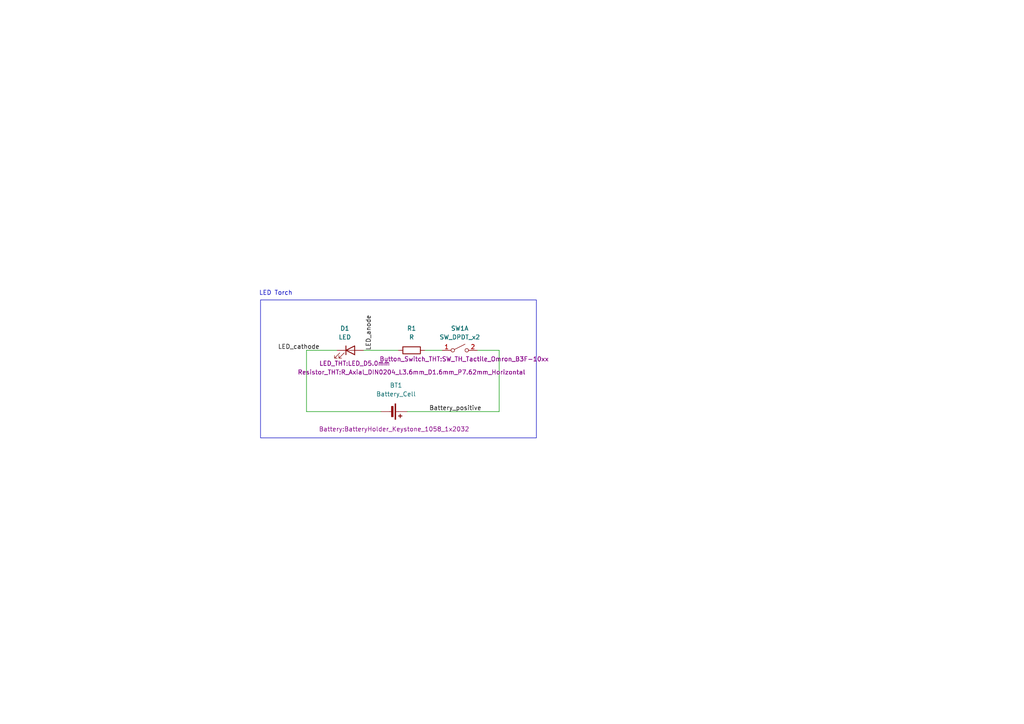
<source format=kicad_sch>
(kicad_sch (version 20231120) (generator "eeschema") (generator_version "8.0")
  (paper "A4")
  (title_block (title "LED Torch") (date "2024-11-16") (rev "1"))
  (lib_symbols
    (symbol "Device:Battery_Cell" (pin_numbers hide) (pin_names (offset 0) hide)
      (property "Reference" "BT" (at 2.54 2.54 0))
      (property "Value" "Battery_Cell" (at 2.54 0 0))
      (symbol "Battery_Cell_0_1"
        (rectangle (start -2.286 1.778) (end 2.286 1.524) (fill (type outline)))
        (rectangle (start -1.524 1.016) (end 1.524 0.508) (fill (type outline)))
        (polyline (pts (xy 0 0.762) (xy 0 0)))
        (polyline (pts (xy 0 1.778) (xy 0 2.54)))
        (polyline (pts (xy 0.762 3.048) (xy 1.778 3.048)) (stroke (width 0.254)))
        (polyline (pts (xy 1.27 3.556) (xy 1.27 2.54)) (stroke (width 0.254)))
      )
      (symbol "Battery_Cell_1_1"
        (pin passive line (at 0 5.08 270) (length 2.54) (name "+") (number "1"))
        (pin passive line (at 0 -2.54 90) (length 2.54) (name "-") (number "2"))
      )
    )
    (symbol "Device:LED" (pin_numbers hide) (pin_names (offset 1.016) hide)
      (property "Reference" "D" (at 0 2.54 0))
      (property "Value" "LED" (at 0 -2.54 0))
      (symbol "LED_0_1"
        (polyline (pts (xy -1.27 -1.27) (xy -1.27 1.27)) (stroke (width 0.254)))
        (polyline (pts (xy -1.27 0) (xy 1.27 0)))
        (polyline (pts (xy 1.27 -1.27) (xy 1.27 1.27) (xy -1.27 0) (xy 1.27 -1.27)) (stroke (width 0.254)))
        (polyline (pts (xy -3.048 -0.762) (xy -4.572 -2.286) (xy -3.81 -2.286) (xy -4.572 -2.286) (xy -4.572 -1.524)))
        (polyline (pts (xy -1.778 -0.762) (xy -3.302 -2.286) (xy -2.54 -2.286) (xy -3.302 -2.286) (xy -3.302 -1.524)))
      )
      (symbol "LED_1_1"
        (pin passive line (at -3.81 0 0) (length 2.54) (name "K") (number "1"))
        (pin passive line (at 3.81 0 180) (length 2.54) (name "A") (number "2"))
      )
    )
    (symbol "Device:R" (pin_numbers hide) (pin_names (offset 0))
      (property "Reference" "R" (at 2.032 0 90))
      (property "Value" "R" (at 0 0 90))
      (symbol "R_0_1"
        (rectangle (start -1.016 -2.54) (end 1.016 2.54) (stroke (width 0.254)))
      )
      (symbol "R_1_1"
        (pin passive line (at 0 3.81 270) (length 1.27) (name "~") (number "1"))
        (pin passive line (at 0 -3.81 90) (length 1.27) (name "~") (number "2"))
      )
    )
    (symbol "Switch:SW_DPST_x2" (pin_names (offset 0) hide)
      (property "Reference" "SW" (at 0 3.175 0))
      (property "Value" "SW_DPST_x2" (at 0 -2.54 0))
      (symbol "SW_DPST_x2_0_0"
        (circle (center -2.032 0) (radius 0.508))
        (polyline (pts (xy -1.524 0.254) (xy 1.524 1.778)))
        (circle (center 2.032 0) (radius 0.508))
      )
      (symbol "SW_DPST_x2_1_1"
        (pin passive line (at -5.08 0 0) (length 2.54) (name "A") (number "1"))
        (pin passive line (at 5.08 0 180) (length 2.54) (name "B") (number "2"))
      )
      (symbol "SW_DPST_x2_2_1"
        (pin passive line (at -5.08 0 0) (length 2.54) (name "A") (number "3"))
        (pin passive line (at 5.08 0 180) (length 2.54) (name "B") (number "4"))
      )
    )
  )
  (wire (pts (xy 97.79 101.6) (xy 88.9 101.6)))
  (wire (pts (xy 88.9 119.38) (xy 110.49 119.38)))
  (wire (pts (xy 144.78 119.38) (xy 144.78 101.6)))
  (wire (pts (xy 105.41 101.6) (xy 115.57 101.6)))
  (wire (pts (xy 88.9 101.6) (xy 88.9 119.38)))
  (wire (pts (xy 118.11 119.38) (xy 144.78 119.38)))
  (wire (pts (xy 144.78 101.6) (xy 138.43 101.6)))
  (wire (pts (xy 123.19 101.6) (xy 128.27 101.6)))
  (rectangle (start 75.565 86.995) (end 155.575 127))
  (text "LED Torch" (at 80.01 85.09 0) (effects (font (size 1.27 1.27))))
  (label "LED_anode" (at 107.95 101.6 90))
  (label "Battery_positive" (at 124.46 119.38 0))
  (label "LED_cathode" (at 92.71 101.6 180))
  (symbol (lib_id "Device:Battery_Cell") (at 113.03 119.38 270) (unit 1)
    (property "Reference" "BT1" (at 114.8715 111.76 90))
    (property "Value" "Battery_Cell" (at 114.8715 114.3 90))
    (property "Footprint" "Battery:BatteryHolder_Keystone_1058_1x2032" (at 114.3 124.46 90))
    (property "Description" "Single-cell battery" (effects (hide yes)))
  )
  (symbol (lib_id "Device:LED") (at 101.6 101.6 0) (unit 1)
    (property "Reference" "D1" (at 100.0125 95.25 0))
    (property "Value" "LED" (at 100.0125 97.79 0))
    (property "Footprint" "LED_THT:LED_D5.0mm" (at 102.87 105.41 0))
    (property "Description" "Light emitting diode" (effects (hide yes)))
  )
  (symbol (lib_id "Switch:SW_DPST_x2") (at 133.35 101.6 0) (unit 1)
    (property "Reference" "SW1" (at 133.35 95.25 0))
    (property "Value" "SW_DPDT_x2" (at 133.35 97.79 0))
    (property "Footprint" "Button_Switch_THT:SW_TH_Tactile_Omron_B3F-10xx" (at 134.62 104.14 0))
    (property "Description" "Single Pole Single Throw (SPST) switch, separate symbol" (effects (hide yes)))
  )
  (symbol (lib_id "Device:R") (at 119.38 101.6 270) (unit 1)
    (property "Reference" "R1" (at 119.38 95.25 90))
    (property "Value" "R" (at 119.38 97.79 90))
    (property "Footprint" "Resistor_THT:R_Axial_DIN0204_L3.6mm_D1.6mm_P7.62mm_Horizontal" (at 119.38 107.95 90))
    (property "Description" "Resistor" (effects (hide yes)))
  )
)
</source>
